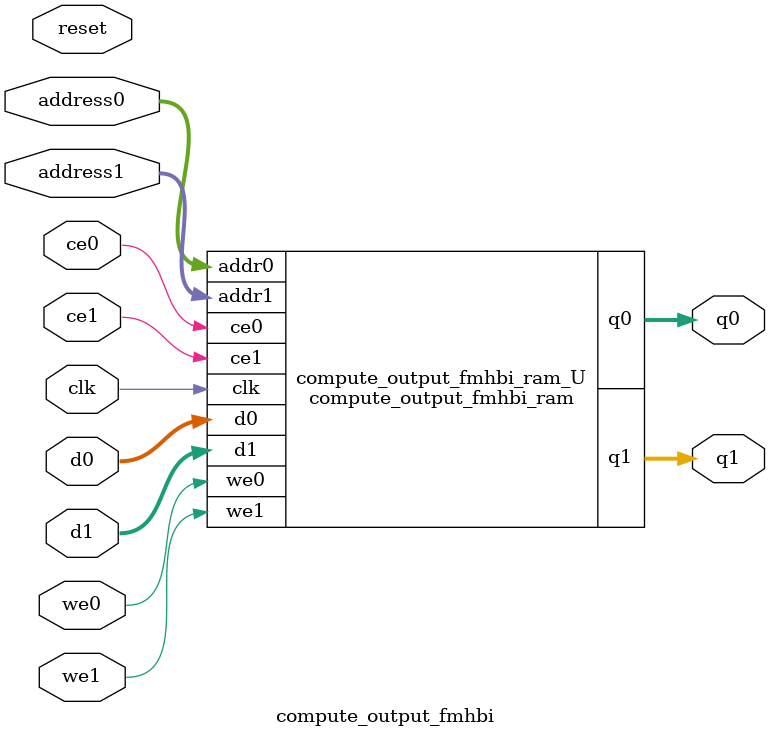
<source format=v>
`timescale 1 ns / 1 ps
module compute_output_fmhbi_ram (addr0, ce0, d0, we0, q0, addr1, ce1, d1, we1, q1,  clk);

parameter DWIDTH = 16;
parameter AWIDTH = 14;
parameter MEM_SIZE = 12544;

input[AWIDTH-1:0] addr0;
input ce0;
input[DWIDTH-1:0] d0;
input we0;
output reg[DWIDTH-1:0] q0;
input[AWIDTH-1:0] addr1;
input ce1;
input[DWIDTH-1:0] d1;
input we1;
output reg[DWIDTH-1:0] q1;
input clk;

(* ram_style = "block" *)reg [DWIDTH-1:0] ram[0:MEM_SIZE-1];




always @(posedge clk)  
begin 
    if (ce0) begin
        if (we0) 
            ram[addr0] <= d0; 
        q0 <= ram[addr0];
    end
end


always @(posedge clk)  
begin 
    if (ce1) begin
        if (we1) 
            ram[addr1] <= d1; 
        q1 <= ram[addr1];
    end
end


endmodule

`timescale 1 ns / 1 ps
module compute_output_fmhbi(
    reset,
    clk,
    address0,
    ce0,
    we0,
    d0,
    q0,
    address1,
    ce1,
    we1,
    d1,
    q1);

parameter DataWidth = 32'd16;
parameter AddressRange = 32'd12544;
parameter AddressWidth = 32'd14;
input reset;
input clk;
input[AddressWidth - 1:0] address0;
input ce0;
input we0;
input[DataWidth - 1:0] d0;
output[DataWidth - 1:0] q0;
input[AddressWidth - 1:0] address1;
input ce1;
input we1;
input[DataWidth - 1:0] d1;
output[DataWidth - 1:0] q1;



compute_output_fmhbi_ram compute_output_fmhbi_ram_U(
    .clk( clk ),
    .addr0( address0 ),
    .ce0( ce0 ),
    .we0( we0 ),
    .d0( d0 ),
    .q0( q0 ),
    .addr1( address1 ),
    .ce1( ce1 ),
    .we1( we1 ),
    .d1( d1 ),
    .q1( q1 ));

endmodule


</source>
